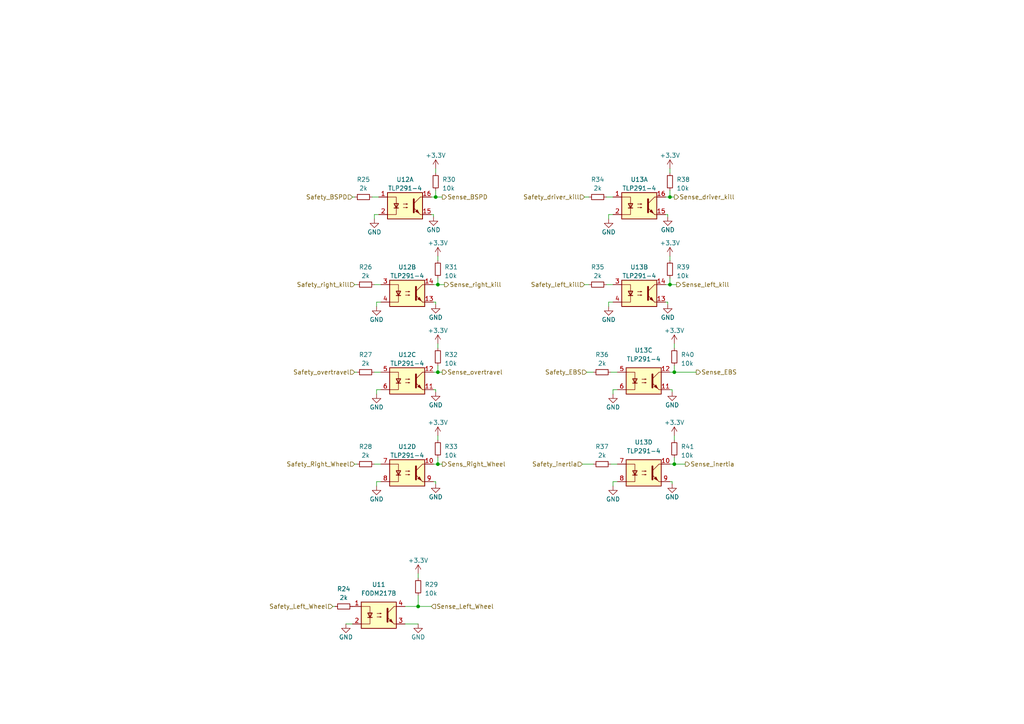
<source format=kicad_sch>
(kicad_sch (version 20230121) (generator eeschema)
  (paper "A4")
  (title_block (title "Safety sense") (date "2023-03-11") (rev "${REVISION}") (company "Author: Szymon Kostrubiec") (comment 1 "Reviewer:"))
  (lib_symbols
    (symbol "Device:R_Small" (pin_numbers hide) (pin_names (offset 0.254) hide)
      (property "Reference" "R" (at 0.762 0.508 0))
      (property "Value" "R_Small" (at 0.762 -1.016 0))
      (symbol "R_Small_0_1"
        (rectangle (start -0.762 1.778) (end 0.762 -1.778) (stroke (width 0.2032)))
      )
      (symbol "R_Small_1_1"
        (pin passive line (at 0 2.54 270) (length 0.762) (name "~") (number "1"))
        (pin passive line (at 0 -2.54 90) (length 0.762) (name "~") (number "2"))
      )
    )
    (symbol "Isolator:FODM217B"
      (property "Reference" "U" (at -5.08 5.08 0))
      (property "Value" "FODM217B" (at 0 5.08 0))
      (symbol "FODM217B_0_1"
        (rectangle (start -5.08 3.81) (end 5.08 -3.81) (stroke (width 0.254)) (fill (type background)))
        (polyline (pts (xy -3.175 -0.635) (xy -1.905 -0.635)) (stroke (width 0.254)))
        (polyline (pts (xy 2.54 0.635) (xy 4.445 2.54)))
        (polyline (pts (xy 4.445 -2.54) (xy 2.54 -0.635)) (fill (type outline)))
        (polyline (pts (xy 4.445 -2.54) (xy 5.08 -2.54)))
        (polyline (pts (xy 4.445 2.54) (xy 5.08 2.54)))
        (polyline (pts (xy -5.08 2.54) (xy -2.54 2.54) (xy -2.54 -0.635)))
        (polyline (pts (xy -2.54 -0.635) (xy -2.54 -2.54) (xy -5.08 -2.54)))
        (polyline (pts (xy 2.54 1.905) (xy 2.54 -1.905) (xy 2.54 -1.905)) (stroke (width 0.508)))
        (polyline (pts (xy -2.54 -0.635) (xy -3.175 0.635) (xy -1.905 0.635) (xy -2.54 -0.635)) (stroke (width 0.254)))
        (polyline (pts (xy -0.508 -0.508) (xy 0.762 -0.508) (xy 0.381 -0.635) (xy 0.381 -0.381) (xy 0.762 -0.508)))
        (polyline (pts (xy -0.508 0.508) (xy 0.762 0.508) (xy 0.381 0.381) (xy 0.381 0.635) (xy 0.762 0.508)))
        (polyline (pts (xy 3.048 -1.651) (xy 3.556 -1.143) (xy 4.064 -2.159) (xy 3.048 -1.651) (xy 3.048 -1.651)) (fill (type outline)))
      )
      (symbol "FODM217B_1_1"
        (pin passive line (at -7.62 2.54 0) (length 2.54) (name "~") (number "1"))
        (pin passive line (at -7.62 -2.54 0) (length 2.54) (name "~") (number "2"))
        (pin passive line (at 7.62 -2.54 180) (length 2.54) (name "~") (number "3"))
        (pin passive line (at 7.62 2.54 180) (length 2.54) (name "~") (number "4"))
      )
    )
    (symbol "Isolator:TLP291-4"
      (property "Reference" "U" (at -5.08 5.08 0))
      (property "Value" "TLP291-4" (at 0 5.08 0))
      (symbol "TLP291-4_0_1"
        (rectangle (start -5.08 3.81) (end 5.08 -3.81) (stroke (width 0.254)) (fill (type background)))
        (polyline (pts (xy -3.175 -0.635) (xy -1.905 -0.635)) (stroke (width 0.254)))
        (polyline (pts (xy 2.54 0.635) (xy 4.445 2.54)))
        (polyline (pts (xy 4.445 -2.54) (xy 2.54 -0.635)) (fill (type outline)))
        (polyline (pts (xy 4.445 -2.54) (xy 5.08 -2.54)))
        (polyline (pts (xy 4.445 2.54) (xy 5.08 2.54)))
        (polyline (pts (xy -5.08 2.54) (xy -2.54 2.54) (xy -2.54 0.635)))
        (polyline (pts (xy -2.54 0.635) (xy -2.54 -2.54) (xy -5.08 -2.54)))
        (polyline (pts (xy 2.54 1.905) (xy 2.54 -1.905) (xy 2.54 -1.905)) (stroke (width 0.508)))
        (polyline (pts (xy -2.54 -0.635) (xy -3.175 0.635) (xy -1.905 0.635) (xy -2.54 -0.635)) (stroke (width 0.254)))
        (polyline (pts (xy -0.508 -0.508) (xy 0.762 -0.508) (xy 0.381 -0.635) (xy 0.381 -0.381) (xy 0.762 -0.508)))
        (polyline (pts (xy -0.508 0.508) (xy 0.762 0.508) (xy 0.381 0.381) (xy 0.381 0.635) (xy 0.762 0.508)))
        (polyline (pts (xy 3.048 -1.651) (xy 3.556 -1.143) (xy 4.064 -2.159) (xy 3.048 -1.651) (xy 3.048 -1.651)) (fill (type outline)))
      )
      (symbol "TLP291-4_1_1"
        (pin passive line (at -7.62 2.54 0) (length 2.54) (name "~") (number "1"))
        (pin passive line (at 7.62 -2.54 180) (length 2.54) (name "~") (number "15"))
        (pin passive line (at 7.62 2.54 180) (length 2.54) (name "~") (number "16"))
        (pin passive line (at -7.62 -2.54 0) (length 2.54) (name "~") (number "2"))
      )
      (symbol "TLP291-4_2_1"
        (pin passive line (at 7.62 -2.54 180) (length 2.54) (name "~") (number "13"))
        (pin passive line (at 7.62 2.54 180) (length 2.54) (name "~") (number "14"))
        (pin passive line (at -7.62 2.54 0) (length 2.54) (name "~") (number "3"))
        (pin passive line (at -7.62 -2.54 0) (length 2.54) (name "~") (number "4"))
      )
      (symbol "TLP291-4_3_1"
        (pin passive line (at 7.62 -2.54 180) (length 2.54) (name "~") (number "11"))
        (pin passive line (at 7.62 2.54 180) (length 2.54) (name "~") (number "12"))
        (pin passive line (at -7.62 2.54 0) (length 2.54) (name "~") (number "5"))
        (pin passive line (at -7.62 -2.54 0) (length 2.54) (name "~") (number "6"))
      )
      (symbol "TLP291-4_4_1"
        (pin passive line (at 7.62 2.54 180) (length 2.54) (name "~") (number "10"))
        (pin passive line (at -7.62 2.54 0) (length 2.54) (name "~") (number "7"))
        (pin passive line (at -7.62 -2.54 0) (length 2.54) (name "~") (number "8"))
        (pin passive line (at 7.62 -2.54 180) (length 2.54) (name "~") (number "9"))
      )
    )
    (symbol "power:+3.3V" (power) (pin_names (offset 0))
      (property "Value" "+3.3V" (at 0 3.556 0))
      (symbol "+3.3V_0_1"
        (polyline (pts (xy -0.762 1.27) (xy 0 2.54)))
        (polyline (pts (xy 0 0) (xy 0 2.54)))
        (polyline (pts (xy 0 2.54) (xy 0.762 1.27)))
      )
      (symbol "+3.3V_1_1"
        (pin power_in line (at 0 0 90) (length 0) hide (name "+3.3V") (number "1"))
      )
    )
    (symbol "power:GND" (power) (pin_names (offset 0))
      (property "Value" "GND" (at 0 -3.81 0))
      (symbol "GND_0_1"
        (polyline (pts (xy 0 0) (xy 0 -1.27) (xy 1.27 -1.27) (xy 0 -2.54) (xy -1.27 -1.27) (xy 0 -1.27)))
      )
      (symbol "GND_1_1"
        (pin power_in line (at 0 0 270) (length 0) hide (name "GND") (number "1"))
      )
    )
  )
  (junction (at 194.31 57.15))
  (junction (at 127 107.95))
  (junction (at 194.31 82.55))
  (junction (at 195.58 134.62))
  (junction (at 127 82.55))
  (junction (at 126.365 57.15))
  (junction (at 195.58 107.95))
  (junction (at 127 134.62))
  (junction (at 121.285 175.895))
  (wire (pts (xy 125.73 107.95) (xy 127 107.95)))
  (wire (pts (xy 127 74.295) (xy 127 75.565)))
  (wire (pts (xy 109.22 139.7) (xy 110.49 139.7)))
  (wire (pts (xy 109.22 88.9) (xy 109.22 87.63)))
  (wire (pts (xy 127 82.55) (xy 128.905 82.55)))
  (wire (pts (xy 127 134.62) (xy 128.27 134.62)))
  (wire (pts (xy 109.22 87.63) (xy 110.49 87.63)))
  (wire (pts (xy 195.58 126.365) (xy 195.58 127.635)))
  (wire (pts (xy 127 80.645) (xy 127 82.55)))
  (wire (pts (xy 102.235 57.15) (xy 102.87 57.15)))
  (wire (pts (xy 126.365 139.7) (xy 125.73 139.7)))
  (wire (pts (xy 193.675 88.265) (xy 193.675 87.63)))
  (wire (pts (xy 177.165 107.95) (xy 179.07 107.95)))
  (wire (pts (xy 125.73 134.62) (xy 127 134.62)))
  (wire (pts (xy 126.365 87.63) (xy 125.73 87.63)))
  (wire (pts (xy 102.87 82.55) (xy 103.505 82.55)))
  (wire (pts (xy 194.31 82.55) (xy 194.31 80.645)))
  (wire (pts (xy 193.675 62.865) (xy 193.675 62.23)))
  (wire (pts (xy 100.33 180.975) (xy 102.235 180.975)))
  (wire (pts (xy 194.31 74.295) (xy 194.31 75.565)))
  (wire (pts (xy 168.91 134.62) (xy 172.085 134.62)))
  (wire (pts (xy 193.04 57.15) (xy 194.31 57.15)))
  (wire (pts (xy 125.73 62.865) (xy 125.73 62.23)))
  (wire (pts (xy 127 99.695) (xy 127 100.965)))
  (wire (pts (xy 195.58 132.715) (xy 195.58 134.62)))
  (wire (pts (xy 193.675 62.23) (xy 193.04 62.23)))
  (wire (pts (xy 126.365 113.665) (xy 126.365 113.03)))
  (wire (pts (xy 108.585 107.95) (xy 110.49 107.95)))
  (wire (pts (xy 170.18 107.95) (xy 172.085 107.95)))
  (wire (pts (xy 194.31 107.95) (xy 195.58 107.95)))
  (wire (pts (xy 169.545 57.15) (xy 170.815 57.15)))
  (wire (pts (xy 176.53 62.23) (xy 177.8 62.23)))
  (wire (pts (xy 107.95 57.15) (xy 109.855 57.15)))
  (wire (pts (xy 177.8 140.97) (xy 177.8 139.7)))
  (wire (pts (xy 109.22 114.3) (xy 109.22 113.03)))
  (wire (pts (xy 194.945 139.7) (xy 194.31 139.7)))
  (wire (pts (xy 108.585 82.55) (xy 110.49 82.55)))
  (wire (pts (xy 195.58 107.95) (xy 201.93 107.95)))
  (wire (pts (xy 125.73 62.23) (xy 125.095 62.23)))
  (wire (pts (xy 194.945 113.665) (xy 194.945 113.03)))
  (wire (pts (xy 109.22 140.97) (xy 109.22 139.7)))
  (wire (pts (xy 121.285 175.895) (xy 121.285 172.72)))
  (wire (pts (xy 108.585 62.23) (xy 109.855 62.23)))
  (wire (pts (xy 193.675 87.63) (xy 193.04 87.63)))
  (wire (pts (xy 176.53 63.5) (xy 176.53 62.23)))
  (wire (pts (xy 176.53 87.63) (xy 177.8 87.63)))
  (wire (pts (xy 175.895 82.55) (xy 177.8 82.55)))
  (wire (pts (xy 177.8 113.03) (xy 179.07 113.03)))
  (wire (pts (xy 195.58 99.695) (xy 195.58 100.965)))
  (wire (pts (xy 121.285 166.37) (xy 121.285 167.64)))
  (wire (pts (xy 176.53 88.9) (xy 176.53 87.63)))
  (wire (pts (xy 96.52 175.895) (xy 97.155 175.895)))
  (wire (pts (xy 126.365 57.15) (xy 128.27 57.15)))
  (wire (pts (xy 194.31 57.15) (xy 194.31 55.245)))
  (wire (pts (xy 194.945 113.03) (xy 194.31 113.03)))
  (wire (pts (xy 126.365 57.15) (xy 125.095 57.15)))
  (wire (pts (xy 121.285 175.895) (xy 125.095 175.895)))
  (wire (pts (xy 108.585 134.62) (xy 110.49 134.62)))
  (wire (pts (xy 177.165 134.62) (xy 179.07 134.62)))
  (wire (pts (xy 177.8 139.7) (xy 179.07 139.7)))
  (wire (pts (xy 127 132.715) (xy 127 134.62)))
  (wire (pts (xy 126.365 55.245) (xy 126.365 57.15)))
  (wire (pts (xy 169.545 82.55) (xy 170.815 82.55)))
  (wire (pts (xy 127 106.045) (xy 127 107.95)))
  (wire (pts (xy 195.58 57.15) (xy 194.31 57.15)))
  (wire (pts (xy 194.31 134.62) (xy 195.58 134.62)))
  (wire (pts (xy 125.73 82.55) (xy 127 82.55)))
  (wire (pts (xy 126.365 48.895) (xy 126.365 50.165)))
  (wire (pts (xy 126.365 88.265) (xy 126.365 87.63)))
  (wire (pts (xy 194.31 82.55) (xy 196.215 82.55)))
  (wire (pts (xy 127 107.95) (xy 128.27 107.95)))
  (wire (pts (xy 126.365 113.03) (xy 125.73 113.03)))
  (wire (pts (xy 195.58 134.62) (xy 198.755 134.62)))
  (wire (pts (xy 177.8 114.3) (xy 177.8 113.03)))
  (wire (pts (xy 175.895 57.15) (xy 177.8 57.15)))
  (wire (pts (xy 102.87 134.62) (xy 103.505 134.62)))
  (wire (pts (xy 102.87 107.95) (xy 103.505 107.95)))
  (wire (pts (xy 126.365 140.335) (xy 126.365 139.7)))
  (wire (pts (xy 194.945 140.335) (xy 194.945 139.7)))
  (wire (pts (xy 195.58 107.95) (xy 195.58 106.045)))
  (wire (pts (xy 127 126.365) (xy 127 127.635)))
  (wire (pts (xy 108.585 63.5) (xy 108.585 62.23)))
  (wire (pts (xy 194.31 48.895) (xy 194.31 50.165)))
  (wire (pts (xy 109.22 113.03) (xy 110.49 113.03)))
  (wire (pts (xy 193.04 82.55) (xy 194.31 82.55)))
  (wire (pts (xy 121.285 180.975) (xy 117.475 180.975)))
  (wire (pts (xy 121.285 175.895) (xy 117.475 175.895)))
  (hierarchical_label "Sens_Right_Wheel" (shape output) (at 128.27 134.62 0))
  (hierarchical_label "Safety_right_kill" (shape input) (at 102.87 82.55 180))
  (hierarchical_label "Safety_overtravel" (shape input) (at 102.87 107.95 180))
  (hierarchical_label "Sense_inertia" (shape output) (at 198.755 134.62 0))
  (hierarchical_label "Safety_driver_kill" (shape input) (at 169.545 57.15 180))
  (hierarchical_label "Safety_BSPD" (shape input) (at 102.235 57.15 180))
  (hierarchical_label "Safety_inertia" (shape input) (at 168.91 134.62 180))
  (hierarchical_label "Safety_Right_Wheel" (shape input) (at 102.87 134.62 180))
  (hierarchical_label "Sense_overtravel" (shape output) (at 128.27 107.95 0))
  (hierarchical_label "Safety_Left_Wheel" (shape input) (at 96.52 175.895 180))
  (hierarchical_label "Sense_right_kill" (shape output) (at 128.905 82.55 0))
  (hierarchical_label "Sense_driver_kill" (shape output) (at 195.58 57.15 0))
  (hierarchical_label "Sense_left_kill" (shape output) (at 196.215 82.55 0))
  (hierarchical_label "Sense_Left_Wheel" (shape input) (at 125.095 175.895 0))
  (hierarchical_label "Sense_BSPD" (shape output) (at 128.27 57.15 0))
  (hierarchical_label "Safety_left_kill" (shape input) (at 169.545 82.55 180))
  (hierarchical_label "Sense_EBS" (shape output) (at 201.93 107.95 0))
  (hierarchical_label "Safety_EBS" (shape input) (at 170.18 107.95 180))
  (symbol (lib_id "power:+3.3V") (at 195.58 126.365 0) (unit 1)
    (property "Reference" "#PWR0107" (effects hide))
    (property "Value" "+3.3V" (at 195.58 122.555 0))
  )
  (symbol (lib_id "Device:R_Small") (at 126.365 52.705 0) (unit 1)
    (property "Reference" "R30" (at 128.27 52.07 0) (effects (justify left)))
    (property "Value" "10k" (at 128.27 54.61 0) (effects (justify left)))
    (property "Footprint" "Resistor_SMD:R_0402_1005Metric" (effects hide))
  )
  (symbol (lib_id "power:GND") (at 109.22 88.9 0) (unit 1)
    (property "Reference" "#PWR083" (effects hide))
    (property "Value" "GND" (at 109.22 92.71 0))
  )
  (symbol (lib_id "power:GND") (at 176.53 63.5 0) (unit 1)
    (property "Reference" "#PWR096" (effects hide))
    (property "Value" "GND" (at 176.53 67.31 0))
  )
  (symbol (lib_id "Isolator:TLP291-4") (at 185.42 85.09 0) (unit 2)
    (property "Reference" "U13" (at 185.42 77.47 0))
    (property "Value" "TLP291-4" (at 185.42 80.01 0))
    (property "Footprint" "Package_SO:SOIC-16_4.55x10.3mm_P1.27mm" (effects hide))
    (property "Datasheet" "https://toshiba.semicon-storage.com/info/docget.jsp?did=12858&prodName=TLP291-4" (effects hide))
  )
  (symbol (lib_id "power:GND") (at 125.73 62.865 0) (unit 1)
    (property "Reference" "#PWR088" (effects hide))
    (property "Value" "GND" (at 125.73 66.675 0))
  )
  (symbol (lib_id "Device:R_Small") (at 99.695 175.895 90) (unit 1)
    (property "Reference" "R24" (at 99.695 170.815 90))
    (property "Value" "2k" (at 99.695 173.355 90))
    (property "Footprint" "Resistor_SMD:R_0402_1005Metric" (effects hide))
  )
  (symbol (lib_id "power:GND") (at 194.945 113.665 0) (unit 1)
    (property "Reference" "#PWR0104" (effects hide))
    (property "Value" "GND" (at 194.945 117.475 0))
  )
  (symbol (lib_id "power:GND") (at 193.675 62.865 0) (unit 1)
    (property "Reference" "#PWR0100" (effects hide))
    (property "Value" "GND" (at 193.675 66.675 0))
  )
  (symbol (lib_id "power:+3.3V") (at 194.31 48.895 0) (unit 1)
    (property "Reference" "#PWR0102" (effects hide))
    (property "Value" "+3.3V" (at 194.31 45.085 0))
  )
  (symbol (lib_id "power:GND") (at 177.8 114.3 0) (unit 1)
    (property "Reference" "#PWR098" (effects hide))
    (property "Value" "GND" (at 177.8 118.11 0))
  )
  (symbol (lib_id "Device:R_Small") (at 173.355 82.55 90) (unit 1)
    (property "Reference" "R35" (at 173.355 77.47 90))
    (property "Value" "2k" (at 173.355 80.01 90))
    (property "Footprint" "Resistor_SMD:R_0402_1005Metric" (effects hide))
  )
  (symbol (lib_id "Device:R_Small") (at 106.045 82.55 90) (unit 1)
    (property "Reference" "R26" (at 106.045 77.47 90))
    (property "Value" "2k" (at 106.045 80.01 90))
    (property "Footprint" "Resistor_SMD:R_0402_1005Metric" (effects hide))
  )
  (symbol (lib_id "Device:R_Small") (at 121.285 170.18 0) (unit 1)
    (property "Reference" "R29" (at 123.19 169.545 0) (effects (justify left)))
    (property "Value" "10k" (at 123.19 172.085 0) (effects (justify left)))
    (property "Footprint" "Resistor_SMD:R_0402_1005Metric" (effects hide))
  )
  (symbol (lib_id "Isolator:TLP291-4") (at 118.11 85.09 0) (unit 2)
    (property "Reference" "U12" (at 118.11 77.47 0))
    (property "Value" "TLP291-4" (at 118.11 80.01 0))
    (property "Footprint" "Package_SO:SOIC-16_4.55x10.3mm_P1.27mm" (effects hide))
    (property "Datasheet" "https://www.mouser.pl/datasheet/2/408/TLP293_4_datasheet_en_20190520-1916320.pdf" (effects hide))
  )
  (symbol (lib_id "power:GND") (at 194.945 140.335 0) (unit 1)
    (property "Reference" "#PWR0105" (effects hide))
    (property "Value" "GND" (at 194.945 144.145 0))
  )
  (symbol (lib_id "Device:R_Small") (at 174.625 107.95 90) (unit 1)
    (property "Reference" "R36" (at 174.625 102.87 90))
    (property "Value" "2k" (at 174.625 105.41 90))
    (property "Footprint" "Resistor_SMD:R_0402_1005Metric" (effects hide))
  )
  (symbol (lib_id "Isolator:TLP291-4") (at 117.475 59.69 0) (unit 1)
    (property "Reference" "U12" (at 117.475 52.07 0))
    (property "Value" "TLP291-4" (at 117.475 54.61 0))
    (property "Footprint" "Package_SO:SOIC-16_4.55x10.3mm_P1.27mm" (effects hide))
    (property "Datasheet" "https://www.mouser.pl/datasheet/2/408/TLP293_4_datasheet_en_20190520-1916320.pdf" (effects hide))
  )
  (symbol (lib_id "Device:R_Small") (at 127 78.105 0) (unit 1)
    (property "Reference" "R31" (at 128.905 77.47 0) (effects (justify left)))
    (property "Value" "10k" (at 128.905 80.01 0) (effects (justify left)))
    (property "Footprint" "Resistor_SMD:R_0402_1005Metric" (effects hide))
  )
  (symbol (lib_id "Isolator:TLP291-4") (at 118.11 137.16 0) (unit 4)
    (property "Reference" "U12" (at 118.11 129.54 0))
    (property "Value" "TLP291-4" (at 118.11 132.08 0))
    (property "Footprint" "Package_SO:SOIC-16_4.55x10.3mm_P1.27mm" (effects hide))
    (property "Datasheet" "https://www.mouser.pl/datasheet/2/408/TLP293_4_datasheet_en_20190520-1916320.pdf" (effects hide))
  )
  (symbol (lib_id "power:GND") (at 176.53 88.9 0) (unit 1)
    (property "Reference" "#PWR097" (effects hide))
    (property "Value" "GND" (at 176.53 92.71 0))
  )
  (symbol (lib_id "power:GND") (at 108.585 63.5 0) (unit 1)
    (property "Reference" "#PWR082" (effects hide))
    (property "Value" "GND" (at 108.585 67.31 0))
  )
  (symbol (lib_id "Device:R_Small") (at 194.31 52.705 0) (unit 1)
    (property "Reference" "R38" (at 196.215 52.07 0) (effects (justify left)))
    (property "Value" "10k" (at 196.215 54.61 0) (effects (justify left)))
    (property "Footprint" "Resistor_SMD:R_0402_1005Metric" (effects hide))
  )
  (symbol (lib_id "Device:R_Small") (at 127 103.505 0) (unit 1)
    (property "Reference" "R32" (at 128.905 102.87 0) (effects (justify left)))
    (property "Value" "10k" (at 128.905 105.41 0) (effects (justify left)))
    (property "Footprint" "Resistor_SMD:R_0402_1005Metric" (effects hide))
  )
  (symbol (lib_id "Device:R_Small") (at 195.58 103.505 0) (unit 1)
    (property "Reference" "R40" (at 197.485 102.87 0) (effects (justify left)))
    (property "Value" "10k" (at 197.485 105.41 0) (effects (justify left)))
    (property "Footprint" "Resistor_SMD:R_0402_1005Metric" (effects hide))
  )
  (symbol (lib_id "Device:R_Small") (at 174.625 134.62 90) (unit 1)
    (property "Reference" "R37" (at 174.625 129.54 90))
    (property "Value" "2k" (at 174.625 132.08 90))
    (property "Footprint" "Resistor_SMD:R_0402_1005Metric" (effects hide))
  )
  (symbol (lib_id "power:GND") (at 126.365 88.265 0) (unit 1)
    (property "Reference" "#PWR090" (effects hide))
    (property "Value" "GND" (at 126.365 92.075 0))
  )
  (symbol (lib_id "power:GND") (at 177.8 140.97 0) (unit 1)
    (property "Reference" "#PWR099" (effects hide))
    (property "Value" "GND" (at 177.8 144.78 0))
  )
  (symbol (lib_id "Device:R_Small") (at 127 130.175 0) (unit 1)
    (property "Reference" "R33" (at 128.905 129.54 0) (effects (justify left)))
    (property "Value" "10k" (at 128.905 132.08 0) (effects (justify left)))
    (property "Footprint" "Resistor_SMD:R_0402_1005Metric" (effects hide))
  )
  (symbol (lib_id "power:GND") (at 100.33 180.975 0) (unit 1)
    (property "Reference" "#PWR081" (effects hide))
    (property "Value" "GND" (at 100.33 184.785 0))
  )
  (symbol (lib_id "power:GND") (at 121.285 180.975 0) (unit 1)
    (property "Reference" "#PWR087" (effects hide))
    (property "Value" "GND" (at 121.285 184.785 0))
  )
  (symbol (lib_id "Isolator:TLP291-4") (at 186.69 110.49 0) (unit 3)
    (property "Reference" "U13" (at 186.69 101.6 0))
    (property "Value" "TLP291-4" (at 186.69 104.14 0))
    (property "Footprint" "Package_SO:SOIC-16_4.55x10.3mm_P1.27mm" (effects hide))
    (property "Datasheet" "https://toshiba.semicon-storage.com/info/docget.jsp?did=12858&prodName=TLP291-4" (effects hide))
  )
  (symbol (lib_id "power:+3.3V") (at 126.365 48.895 0) (unit 1)
    (property "Reference" "#PWR089" (effects hide))
    (property "Value" "+3.3V" (at 126.365 45.085 0))
  )
  (symbol (lib_id "Isolator:TLP291-4") (at 186.69 137.16 0) (unit 4)
    (property "Reference" "U13" (at 186.69 128.27 0))
    (property "Value" "TLP291-4" (at 186.69 130.81 0))
    (property "Footprint" "Package_SO:SOIC-16_4.55x10.3mm_P1.27mm" (effects hide))
    (property "Datasheet" "https://toshiba.semicon-storage.com/info/docget.jsp?did=12858&prodName=TLP291-4" (effects hide))
  )
  (symbol (lib_id "power:+3.3V") (at 127 99.695 0) (unit 1)
    (property "Reference" "#PWR094" (effects hide))
    (property "Value" "+3.3V" (at 127 95.885 0))
  )
  (symbol (lib_id "power:+3.3V") (at 121.285 166.37 0) (unit 1)
    (property "Reference" "#PWR086" (effects hide))
    (property "Value" "+3.3V" (at 121.285 162.56 0))
  )
  (symbol (lib_id "Device:R_Small") (at 106.045 107.95 90) (unit 1)
    (property "Reference" "R27" (at 106.045 102.87 90))
    (property "Value" "2k" (at 106.045 105.41 90))
    (property "Footprint" "Resistor_SMD:R_0402_1005Metric" (effects hide))
  )
  (symbol (lib_id "power:GND") (at 193.675 88.265 0) (unit 1)
    (property "Reference" "#PWR0101" (effects hide))
    (property "Value" "GND" (at 193.675 92.075 0))
  )
  (symbol (lib_id "Device:R_Small") (at 195.58 130.175 0) (unit 1)
    (property "Reference" "R41" (at 197.485 129.54 0) (effects (justify left)))
    (property "Value" "10k" (at 197.485 132.08 0) (effects (justify left)))
    (property "Footprint" "Resistor_SMD:R_0402_1005Metric" (effects hide))
  )
  (symbol (lib_id "power:+3.3V") (at 195.58 99.695 0) (unit 1)
    (property "Reference" "#PWR0106" (effects hide))
    (property "Value" "+3.3V" (at 195.58 95.885 0))
  )
  (symbol (lib_id "power:GND") (at 109.22 140.97 0) (unit 1)
    (property "Reference" "#PWR085" (effects hide))
    (property "Value" "GND" (at 109.22 144.78 0))
  )
  (symbol (lib_id "Isolator:TLP291-4") (at 118.11 110.49 0) (unit 3)
    (property "Reference" "U12" (at 118.11 102.87 0))
    (property "Value" "TLP291-4" (at 118.11 105.41 0))
    (property "Footprint" "Package_SO:SOIC-16_4.55x10.3mm_P1.27mm" (effects hide))
    (property "Datasheet" "https://www.mouser.pl/datasheet/2/408/TLP293_4_datasheet_en_20190520-1916320.pdf" (effects hide))
  )
  (symbol (lib_id "power:+3.3V") (at 127 126.365 0) (unit 1)
    (property "Reference" "#PWR095" (effects hide))
    (property "Value" "+3.3V" (at 127 122.555 0))
  )
  (symbol (lib_id "power:GND") (at 109.22 114.3 0) (unit 1)
    (property "Reference" "#PWR084" (effects hide))
    (property "Value" "GND" (at 109.22 118.11 0))
  )
  (symbol (lib_id "Isolator:FODM217B") (at 109.855 178.435 0) (unit 1)
    (property "Reference" "U11" (at 109.855 169.545 0))
    (property "Value" "FODM217B" (at 109.855 172.085 0))
    (property "Footprint" "Package_SO:SOP-4_4.4x2.6mm_P1.27mm" (effects hide))
    (property "Datasheet" "https://www.onsemi.com/pub/Collateral/FODM214-D.PDF" (effects hide))
  )
  (symbol (lib_id "Device:R_Small") (at 106.045 134.62 90) (unit 1)
    (property "Reference" "R28" (at 106.045 129.54 90))
    (property "Value" "2k" (at 106.045 132.08 90))
    (property "Footprint" "Resistor_SMD:R_0402_1005Metric" (effects hide))
  )
  (symbol (lib_id "power:GND") (at 126.365 113.665 0) (unit 1)
    (property "Reference" "#PWR091" (effects hide))
    (property "Value" "GND" (at 126.365 117.475 0))
  )
  (symbol (lib_id "Device:R_Small") (at 105.41 57.15 90) (unit 1)
    (property "Reference" "R25" (at 105.41 52.07 90))
    (property "Value" "2k" (at 105.41 54.61 90))
    (property "Footprint" "Resistor_SMD:R_0402_1005Metric" (effects hide))
  )
  (symbol (lib_id "power:GND") (at 126.365 140.335 0) (unit 1)
    (property "Reference" "#PWR092" (effects hide))
    (property "Value" "GND" (at 126.365 144.145 0))
  )
  (symbol (lib_id "Isolator:TLP291-4") (at 185.42 59.69 0) (unit 1)
    (property "Reference" "U13" (at 185.42 52.07 0))
    (property "Value" "TLP291-4" (at 185.42 54.61 0))
    (property "Footprint" "Package_SO:SOIC-16_4.55x10.3mm_P1.27mm" (effects hide))
    (property "Datasheet" "https://toshiba.semicon-storage.com/info/docget.jsp?did=12858&prodName=TLP291-4" (effects hide))
  )
  (symbol (lib_id "power:+3.3V") (at 127 74.295 0) (unit 1)
    (property "Reference" "#PWR093" (effects hide))
    (property "Value" "+3.3V" (at 127 70.485 0))
  )
  (symbol (lib_id "Device:R_Small") (at 173.355 57.15 90) (unit 1)
    (property "Reference" "R34" (at 173.355 52.07 90))
    (property "Value" "2k" (at 173.355 54.61 90))
    (property "Footprint" "Resistor_SMD:R_0402_1005Metric" (effects hide))
  )
  (symbol (lib_id "power:+3.3V") (at 194.31 74.295 0) (unit 1)
    (property "Reference" "#PWR0103" (effects hide))
    (property "Value" "+3.3V" (at 194.31 70.485 0))
  )
  (symbol (lib_id "Device:R_Small") (at 194.31 78.105 0) (unit 1)
    (property "Reference" "R39" (at 196.215 77.47 0) (effects (justify left)))
    (property "Value" "10k" (at 196.215 80.01 0) (effects (justify left)))
    (property "Footprint" "Resistor_SMD:R_0402_1005Metric" (effects hide))
  )
)
</source>
